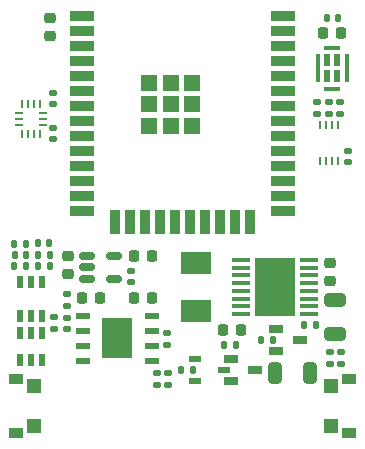
<source format=gbr>
%TF.GenerationSoftware,KiCad,Pcbnew,(6.0.6-0)*%
%TF.CreationDate,2022-11-04T12:46:31+01:00*%
%TF.ProjectId,GlowBandSmall,476c6f77-4261-46e6-9453-6d616c6c2e6b,rev?*%
%TF.SameCoordinates,Original*%
%TF.FileFunction,Copper,L1,Top*%
%TF.FilePolarity,Positive*%
%FSLAX46Y46*%
G04 Gerber Fmt 4.6, Leading zero omitted, Abs format (unit mm)*
G04 Created by KiCad (PCBNEW (6.0.6-0)) date 2022-11-04 12:46:31*
%MOMM*%
%LPD*%
G01*
G04 APERTURE LIST*
G04 Aperture macros list*
%AMRoundRect*
0 Rectangle with rounded corners*
0 $1 Rounding radius*
0 $2 $3 $4 $5 $6 $7 $8 $9 X,Y pos of 4 corners*
0 Add a 4 corners polygon primitive as box body*
4,1,4,$2,$3,$4,$5,$6,$7,$8,$9,$2,$3,0*
0 Add four circle primitives for the rounded corners*
1,1,$1+$1,$2,$3*
1,1,$1+$1,$4,$5*
1,1,$1+$1,$6,$7*
1,1,$1+$1,$8,$9*
0 Add four rect primitives between the rounded corners*
20,1,$1+$1,$2,$3,$4,$5,0*
20,1,$1+$1,$4,$5,$6,$7,0*
20,1,$1+$1,$6,$7,$8,$9,0*
20,1,$1+$1,$8,$9,$2,$3,0*%
G04 Aperture macros list end*
%TA.AperFunction,SMDPad,CuDef*%
%ADD10RoundRect,0.250000X-0.325000X-0.650000X0.325000X-0.650000X0.325000X0.650000X-0.325000X0.650000X0*%
%TD*%
%TA.AperFunction,SMDPad,CuDef*%
%ADD11RoundRect,0.135000X0.185000X-0.135000X0.185000X0.135000X-0.185000X0.135000X-0.185000X-0.135000X0*%
%TD*%
%TA.AperFunction,SMDPad,CuDef*%
%ADD12RoundRect,0.225000X-0.225000X-0.250000X0.225000X-0.250000X0.225000X0.250000X-0.225000X0.250000X0*%
%TD*%
%TA.AperFunction,SMDPad,CuDef*%
%ADD13RoundRect,0.135000X0.135000X0.185000X-0.135000X0.185000X-0.135000X-0.185000X0.135000X-0.185000X0*%
%TD*%
%TA.AperFunction,SMDPad,CuDef*%
%ADD14R,1.200000X0.900000*%
%TD*%
%TA.AperFunction,SMDPad,CuDef*%
%ADD15R,1.300000X1.200000*%
%TD*%
%TA.AperFunction,SMDPad,CuDef*%
%ADD16R,2.500000X1.900000*%
%TD*%
%TA.AperFunction,SMDPad,CuDef*%
%ADD17R,0.550013X1.050013*%
%TD*%
%TA.AperFunction,SMDPad,CuDef*%
%ADD18R,1.400000X0.450013*%
%TD*%
%TA.AperFunction,SMDPad,CuDef*%
%ADD19R,0.450013X2.400000*%
%TD*%
%TA.AperFunction,SMDPad,CuDef*%
%ADD20RoundRect,0.135000X-0.185000X0.135000X-0.185000X-0.135000X0.185000X-0.135000X0.185000X0.135000X0*%
%TD*%
%TA.AperFunction,SMDPad,CuDef*%
%ADD21RoundRect,0.225000X0.250000X-0.225000X0.250000X0.225000X-0.250000X0.225000X-0.250000X-0.225000X0*%
%TD*%
%TA.AperFunction,SMDPad,CuDef*%
%ADD22RoundRect,0.140000X-0.170000X0.140000X-0.170000X-0.140000X0.170000X-0.140000X0.170000X0.140000X0*%
%TD*%
%TA.AperFunction,SMDPad,CuDef*%
%ADD23R,1.250013X0.700000*%
%TD*%
%TA.AperFunction,SMDPad,CuDef*%
%ADD24RoundRect,0.140000X-0.140000X-0.170000X0.140000X-0.170000X0.140000X0.170000X-0.140000X0.170000X0*%
%TD*%
%TA.AperFunction,SMDPad,CuDef*%
%ADD25O,0.250013X0.750013*%
%TD*%
%TA.AperFunction,SMDPad,CuDef*%
%ADD26R,1.070003X0.600000*%
%TD*%
%TA.AperFunction,SMDPad,CuDef*%
%ADD27RoundRect,0.140000X0.170000X-0.140000X0.170000X0.140000X-0.170000X0.140000X-0.170000X-0.140000X0*%
%TD*%
%TA.AperFunction,SMDPad,CuDef*%
%ADD28RoundRect,0.225000X0.225000X0.250000X-0.225000X0.250000X-0.225000X-0.250000X0.225000X-0.250000X0*%
%TD*%
%TA.AperFunction,SMDPad,CuDef*%
%ADD29RoundRect,0.135000X-0.135000X-0.185000X0.135000X-0.185000X0.135000X0.185000X-0.135000X0.185000X0*%
%TD*%
%TA.AperFunction,SMDPad,CuDef*%
%ADD30R,0.550013X1.000000*%
%TD*%
%TA.AperFunction,SMDPad,CuDef*%
%ADD31RoundRect,0.150000X-0.512500X-0.150000X0.512500X-0.150000X0.512500X0.150000X-0.512500X0.150000X0*%
%TD*%
%TA.AperFunction,SMDPad,CuDef*%
%ADD32R,2.000000X0.900000*%
%TD*%
%TA.AperFunction,SMDPad,CuDef*%
%ADD33R,0.900000X2.000000*%
%TD*%
%TA.AperFunction,SMDPad,CuDef*%
%ADD34R,1.330000X1.330000*%
%TD*%
%TA.AperFunction,SMDPad,CuDef*%
%ADD35R,0.280010X0.675006*%
%TD*%
%TA.AperFunction,SMDPad,CuDef*%
%ADD36R,0.675006X0.280010*%
%TD*%
%TA.AperFunction,SMDPad,CuDef*%
%ADD37R,1.200000X0.600000*%
%TD*%
%TA.AperFunction,SMDPad,CuDef*%
%ADD38R,2.500000X3.499873*%
%TD*%
%TA.AperFunction,SMDPad,CuDef*%
%ADD39R,0.532004X1.072009*%
%TD*%
%TA.AperFunction,SMDPad,CuDef*%
%ADD40RoundRect,0.100000X-0.687500X-0.100000X0.687500X-0.100000X0.687500X0.100000X-0.687500X0.100000X0*%
%TD*%
%TA.AperFunction,SMDPad,CuDef*%
%ADD41R,3.400000X5.000000*%
%TD*%
%TA.AperFunction,SMDPad,CuDef*%
%ADD42RoundRect,0.225000X-0.250000X0.225000X-0.250000X-0.225000X0.250000X-0.225000X0.250000X0.225000X0*%
%TD*%
%TA.AperFunction,SMDPad,CuDef*%
%ADD43RoundRect,0.140000X0.140000X0.170000X-0.140000X0.170000X-0.140000X-0.170000X0.140000X-0.170000X0*%
%TD*%
%TA.AperFunction,SMDPad,CuDef*%
%ADD44RoundRect,0.250000X-0.650000X0.325000X-0.650000X-0.325000X0.650000X-0.325000X0.650000X0.325000X0*%
%TD*%
G04 APERTURE END LIST*
D10*
%TO.P,C6,1*%
%TO.N,LED 5V*%
X122172200Y-92405200D03*
%TO.P,C6,2*%
%TO.N,GND*%
X125122200Y-92405200D03*
%TD*%
D11*
%TO.P,R9,1*%
%TO.N,GND*%
X126784000Y-91645200D03*
%TO.P,R9,2*%
%TO.N,IO25{slash}VBUS*%
X126784000Y-90625200D03*
%TD*%
D12*
%TO.P,C5,1*%
%TO.N,+BATT*%
X117703600Y-88747600D03*
%TO.P,C5,2*%
%TO.N,GND*%
X119253600Y-88747600D03*
%TD*%
D11*
%TO.P,R3,1*%
%TO.N,-BATT*%
X112115600Y-93474000D03*
%TO.P,R3,2*%
%TO.N,IO16{slash}BATT VOLT*%
X112115600Y-92454000D03*
%TD*%
D13*
%TO.P,R11,1*%
%TO.N,VBUS*%
X121972800Y-89611200D03*
%TO.P,R11,2*%
%TO.N,GND*%
X120952800Y-89611200D03*
%TD*%
D14*
%TO.P,SW2,1,1*%
%TO.N,unconnected-(SW2-Pad1)*%
X128401368Y-92899225D03*
%TO.P,SW2,2,2*%
%TO.N,unconnected-(SW2-Pad2)*%
X128401368Y-97499175D03*
D15*
%TO.P,SW2,3,3*%
%TO.N,unconnected-(SW2-Pad3)*%
X126851457Y-93524321D03*
%TO.P,SW2,4,4*%
%TO.N,unconnected-(SW2-Pad4)*%
X126851457Y-96874333D03*
%TD*%
D12*
%TO.P,C4,1*%
%TO.N,GND*%
X110172200Y-86055200D03*
%TO.P,C4,2*%
%TO.N,VBUS*%
X111722200Y-86055200D03*
%TD*%
D13*
%TO.P,R7,1*%
%TO.N,GND*%
X115165601Y-92151200D03*
%TO.P,R7,2*%
%TO.N,IO23{slash}LEDPOWER*%
X114145601Y-92151200D03*
%TD*%
D16*
%TO.P,U4,1,1*%
%TO.N,+BATT*%
X115417600Y-87190838D03*
%TO.P,U4,2,2*%
%TO.N,Net-(U4-Pad2)*%
X115417600Y-83090762D03*
%TD*%
D17*
%TO.P,U13,1,VDD*%
%TO.N,Net-(C12-Pad2)*%
X126564721Y-65948320D03*
%TO.P,U13,2,L/R*%
%TO.N,IO15{slash}WS*%
X126564721Y-67298587D03*
%TO.P,U13,3,CLK*%
%TO.N,IO14{slash}SCK*%
X127414607Y-67298587D03*
%TO.P,U13,4,DATA*%
%TO.N,IO32{slash}SD*%
X127414607Y-65948320D03*
D18*
%TO.P,U13,5,GND*%
%TO.N,GND*%
X126989664Y-64898536D03*
D19*
%TO.P,U13,6,GND*%
X125764619Y-66623454D03*
D18*
%TO.P,U13,7,GND*%
X126989664Y-68348371D03*
D19*
%TO.P,U13,8,GND*%
X128214708Y-66623454D03*
%TD*%
D20*
%TO.P,R10,1*%
%TO.N,GND*%
X103441145Y-87678800D03*
%TO.P,R10,2*%
%TO.N,Net-(R10-Pad2)*%
X103441145Y-88698800D03*
%TD*%
D21*
%TO.P,C9,1*%
%TO.N,GND*%
X126796800Y-84658800D03*
%TO.P,C9,2*%
%TO.N,+5V*%
X126796800Y-83108800D03*
%TD*%
D22*
%TO.P,C18,1*%
%TO.N,GND*%
X109931200Y-83797200D03*
%TO.P,C18,2*%
%TO.N,Net-(C18-Pad2)*%
X109931200Y-84757200D03*
%TD*%
D23*
%TO.P,U9,1,G*%
%TO.N,VBUS*%
X122240800Y-88661238D03*
%TO.P,U9,2,S*%
%TO.N,+BATT*%
X122240800Y-90561162D03*
%TO.P,U9,3,D*%
%TO.N,Net-(R14-Pad1)*%
X124240800Y-89611200D03*
%TD*%
D20*
%TO.P,R8,1*%
%TO.N,IO25{slash}VBUS*%
X127762000Y-90625200D03*
%TO.P,R8,2*%
%TO.N,VBUS*%
X127762000Y-91645200D03*
%TD*%
D24*
%TO.P,C14,1*%
%TO.N,EN*%
X102085200Y-81432400D03*
%TO.P,C14,2*%
%TO.N,GND*%
X103045200Y-81432400D03*
%TD*%
D21*
%TO.P,C11,1*%
%TO.N,GND*%
X104597200Y-84036200D03*
%TO.P,C11,2*%
%TO.N,+5V*%
X104597200Y-82486200D03*
%TD*%
D12*
%TO.P,C7,1*%
%TO.N,+BATT*%
X105803400Y-86055200D03*
%TO.P,C7,2*%
%TO.N,GND*%
X107353400Y-86055200D03*
%TD*%
D11*
%TO.P,R1,1*%
%TO.N,Net-(R1-Pad1)*%
X126695200Y-70461600D03*
%TO.P,R1,2*%
%TO.N,LED1 DATA OUT*%
X126695200Y-69441600D03*
%TD*%
D24*
%TO.P,C15,1*%
%TO.N,IO0*%
X100104000Y-82397600D03*
%TO.P,C15,2*%
%TO.N,GND*%
X101064000Y-82397600D03*
%TD*%
D25*
%TO.P,U2,1,VCCA*%
%TO.N,+5V*%
X127437161Y-71398889D03*
%TO.P,U2,2,A1*%
%TO.N,Net-(R1-Pad1)*%
X126937034Y-71398889D03*
%TO.P,U2,3,A2*%
%TO.N,Net-(R4-Pad1)*%
X126437161Y-71398889D03*
%TO.P,U2,4,GND*%
%TO.N,GND*%
X125937034Y-71398889D03*
%TO.P,U2,5,DIR*%
X125937034Y-74498711D03*
%TO.P,U2,6,B2*%
%TO.N,IO18{slash}LED2*%
X126437161Y-74498711D03*
%TO.P,U2,7,B1*%
%TO.N,IO17{slash}LED1*%
X126937034Y-74498711D03*
%TO.P,U2,8,VCCB*%
%TO.N,+3V3*%
X127437161Y-74498711D03*
%TD*%
D26*
%TO.P,U11,1,G*%
%TO.N,IO23{slash}LEDPOWER*%
X115353323Y-91218979D03*
%TO.P,U11,2,S*%
%TO.N,GND*%
X115353323Y-93118903D03*
%TO.P,U11,3,D*%
%TO.N,Net-(R6-Pad1)*%
X117823477Y-92168941D03*
%TD*%
D11*
%TO.P,R4,1*%
%TO.N,Net-(R4-Pad1)*%
X125730000Y-70461600D03*
%TO.P,R4,2*%
%TO.N,LED2 DATA OUT*%
X125730000Y-69441600D03*
%TD*%
D27*
%TO.P,C1,1*%
%TO.N,+5V*%
X127609600Y-70451600D03*
%TO.P,C1,2*%
%TO.N,GND*%
X127609600Y-69491600D03*
%TD*%
%TO.P,C8,1*%
%TO.N,-BATT*%
X104546400Y-88719600D03*
%TO.P,C8,2*%
%TO.N,+BATT*%
X104546400Y-87759600D03*
%TD*%
D28*
%TO.P,C16,1*%
%TO.N,GND*%
X111722200Y-82511200D03*
%TO.P,C16,2*%
%TO.N,+3V3*%
X110172200Y-82511200D03*
%TD*%
D20*
%TO.P,R2,1*%
%TO.N,IO16{slash}BATT VOLT*%
X113080800Y-92454000D03*
%TO.P,R2,2*%
%TO.N,+BATT*%
X113080800Y-93474000D03*
%TD*%
D13*
%TO.P,R16,1*%
%TO.N,unconnected-(R16-Pad1)*%
X101074000Y-81466800D03*
%TO.P,R16,2*%
%TO.N,IO0*%
X100054000Y-81466800D03*
%TD*%
D29*
%TO.P,R17,1*%
%TO.N,EN*%
X102035200Y-83354000D03*
%TO.P,R17,2*%
%TO.N,+3V3*%
X103055200Y-83354000D03*
%TD*%
D30*
%TO.P,U5,1,S1*%
%TO.N,-BATT*%
X100510085Y-87556851D03*
%TO.P,U5,2,D1/D2*%
%TO.N,unconnected-(U5-Pad2)*%
X101460047Y-87556851D03*
%TO.P,U5,3,S2*%
%TO.N,GND*%
X102410009Y-87556851D03*
%TO.P,U5,4,G2*%
%TO.N,Net-(U5-Pad4)*%
X102410009Y-84756749D03*
%TO.P,U5,5,D1/D2*%
%TO.N,unconnected-(U5-Pad5)*%
X101460047Y-84756749D03*
%TO.P,U5,6,G1*%
%TO.N,Net-(U5-Pad6)*%
X100510085Y-84756749D03*
%TD*%
D28*
%TO.P,C13,1*%
%TO.N,GND*%
X127765200Y-63601600D03*
%TO.P,C13,2*%
%TO.N,Net-(C12-Pad2)*%
X126215200Y-63601600D03*
%TD*%
D31*
%TO.P,U12,1,IN*%
%TO.N,+5V*%
X106253700Y-82531200D03*
%TO.P,U12,2,GND*%
%TO.N,GND*%
X106253700Y-83481200D03*
%TO.P,U12,3,EN*%
%TO.N,+5V*%
X106253700Y-84431200D03*
%TO.P,U12,4,BP*%
%TO.N,Net-(C18-Pad2)*%
X108528700Y-84431200D03*
%TO.P,U12,5,OUT*%
%TO.N,+3V3*%
X108528700Y-82531200D03*
%TD*%
D32*
%TO.P,U1,1,GND*%
%TO.N,GND*%
X105817900Y-62161250D03*
%TO.P,U1,2,3V3*%
%TO.N,+3V3*%
X105817900Y-63431250D03*
%TO.P,U1,3,EN*%
%TO.N,EN*%
X105817900Y-64701250D03*
%TO.P,U1,4,SENSOR_VP*%
%TO.N,unconnected-(U1-Pad4)*%
X105817900Y-65971250D03*
%TO.P,U1,5,SENSOR_VN*%
%TO.N,unconnected-(U1-Pad5)*%
X105817900Y-67241250D03*
%TO.P,U1,6,I34*%
%TO.N,unconnected-(U1-Pad6)*%
X105817900Y-68511250D03*
%TO.P,U1,7,I35*%
%TO.N,unconnected-(U1-Pad7)*%
X105817900Y-69781250D03*
%TO.P,U1,8,IO32*%
%TO.N,IO32{slash}SD*%
X105817900Y-71051250D03*
%TO.P,U1,9,IO33*%
%TO.N,unconnected-(U1-Pad9)*%
X105817900Y-72321250D03*
%TO.P,U1,10,IO25*%
%TO.N,IO25{slash}VBUS*%
X105817900Y-73591250D03*
%TO.P,U1,11,IO26*%
%TO.N,IO26{slash}BUTTON2*%
X105817900Y-74861250D03*
%TO.P,U1,12,IO27*%
%TO.N,IO27{slash}BATT CHARGING*%
X105817900Y-76131250D03*
%TO.P,U1,13,IO14*%
%TO.N,IO14{slash}SCK*%
X105817900Y-77401250D03*
%TO.P,U1,14,IO12*%
%TO.N,IO12{slash}MISO*%
X105817900Y-78671250D03*
D33*
%TO.P,U1,15,GND*%
%TO.N,GND*%
X108602900Y-79671250D03*
%TO.P,U1,16,IO13*%
%TO.N,IO13{slash}MOSI*%
X109872900Y-79671250D03*
%TO.P,U1,17,NC*%
%TO.N,unconnected-(U1-Pad17)*%
X111142900Y-79671250D03*
%TO.P,U1,18,NC*%
%TO.N,unconnected-(U1-Pad18)*%
X112412900Y-79671250D03*
%TO.P,U1,19,NC*%
%TO.N,unconnected-(U1-Pad19)*%
X113682900Y-79671250D03*
%TO.P,U1,20,NC*%
%TO.N,unconnected-(U1-Pad20)*%
X114952900Y-79671250D03*
%TO.P,U1,21,NC*%
%TO.N,unconnected-(U1-Pad21)*%
X116222900Y-79671250D03*
%TO.P,U1,22,NC*%
%TO.N,unconnected-(U1-Pad22)*%
X117492900Y-79671250D03*
%TO.P,U1,23,IO15*%
%TO.N,IO15{slash}WS*%
X118762900Y-79671250D03*
%TO.P,U1,24,IO2*%
%TO.N,unconnected-(U1-Pad24)*%
X120032900Y-79671250D03*
D32*
%TO.P,U1,25,IO0*%
%TO.N,IO0*%
X122817900Y-78671250D03*
%TO.P,U1,26,IO4*%
%TO.N,IO4{slash}BUTTON1*%
X122817900Y-77401250D03*
%TO.P,U1,27,IO16*%
%TO.N,IO16{slash}BATT VOLT*%
X122817900Y-76131250D03*
%TO.P,U1,28,IO17*%
%TO.N,IO17{slash}LED1*%
X122817900Y-74861250D03*
%TO.P,U1,29,IO5*%
%TO.N,unconnected-(U1-Pad29)*%
X122817900Y-73591250D03*
%TO.P,U1,30,IO18*%
%TO.N,IO18{slash}LED2*%
X122817900Y-72321250D03*
%TO.P,U1,31,IO19*%
%TO.N,IO19*%
X122817900Y-71051250D03*
%TO.P,U1,32,NC1*%
%TO.N,unconnected-(U1-Pad32)*%
X122817900Y-69781250D03*
%TO.P,U1,33,IO21*%
%TO.N,IO21{slash}INT1*%
X122817900Y-68511250D03*
%TO.P,U1,34,RXD0*%
%TO.N,RXD0*%
X122817900Y-67241250D03*
%TO.P,U1,35,TXD0*%
%TO.N,TXD0*%
X122817900Y-65971250D03*
%TO.P,U1,36,IO22*%
%TO.N,IO22{slash}INT2*%
X122817900Y-64701250D03*
%TO.P,U1,37,IO23*%
%TO.N,IO23{slash}LEDPOWER*%
X122817900Y-63431250D03*
%TO.P,U1,38,GND*%
%TO.N,GND*%
X122817900Y-62161250D03*
D34*
%TO.P,U1,39,GND*%
X113317900Y-71496250D03*
X115152900Y-69661250D03*
X113317900Y-69661250D03*
X111482900Y-69661250D03*
X115152900Y-71496250D03*
X111482900Y-71496250D03*
X113317900Y-67826250D03*
X111482900Y-67826250D03*
X115152900Y-67826250D03*
%TD*%
D35*
%TO.P,U15,1,SDO/SA0*%
%TO.N,unconnected-(U15-Pad1)*%
X100700549Y-72202862D03*
%TO.P,U15,2,SDx*%
%TO.N,unconnected-(U15-Pad2)*%
X101200677Y-72202862D03*
%TO.P,U15,3,SCx*%
%TO.N,unconnected-(U15-Pad3)*%
X101700549Y-72202862D03*
%TO.P,U15,4,INT1*%
%TO.N,unconnected-(U15-Pad4)*%
X102200677Y-72202862D03*
D36*
%TO.P,U15,5,VDDIO*%
%TO.N,Net-(C19-Pad1)*%
X102463161Y-71440733D03*
%TO.P,U15,6,GND*%
%TO.N,unconnected-(U15-Pad6)*%
X102463161Y-70940860D03*
%TO.P,U15,7,GND*%
%TO.N,unconnected-(U15-Pad7)*%
X102463161Y-70440733D03*
D35*
%TO.P,U15,8,VDD*%
%TO.N,Net-(C20-Pad1)*%
X102200677Y-69678858D03*
%TO.P,U15,9,INT2*%
%TO.N,unconnected-(U15-Pad9)*%
X101700549Y-69678858D03*
%TO.P,U15,10,NC*%
%TO.N,unconnected-(U15-Pad10)*%
X101200677Y-69678858D03*
%TO.P,U15,11,NC*%
%TO.N,unconnected-(U15-Pad11)*%
X100700549Y-69678858D03*
D36*
%TO.P,U15,12,CS*%
%TO.N,unconnected-(U15-Pad12)*%
X100438065Y-70440733D03*
%TO.P,U15,13,SCL*%
%TO.N,unconnected-(U15-Pad13)*%
X100438065Y-70940860D03*
%TO.P,U15,14,SDA*%
%TO.N,unconnected-(U15-Pad14)*%
X100438065Y-71440733D03*
%TD*%
D37*
%TO.P,U6,1,TEMP*%
%TO.N,GND*%
X111686048Y-91394410D03*
%TO.P,U6,2,PROG*%
%TO.N,Net-(R12-Pad1)*%
X111686048Y-90124407D03*
%TO.P,U6,3,GND*%
%TO.N,GND*%
X111686048Y-88854405D03*
%TO.P,U6,4,VCC*%
%TO.N,VBUS*%
X111686048Y-87584402D03*
%TO.P,U6,5,BAT*%
%TO.N,+BATT*%
X105869436Y-87584402D03*
%TO.P,U6,6,STDBY#*%
%TO.N,unconnected-(U6-Pad6)*%
X105869436Y-88854405D03*
%TO.P,U6,7,CHRG#*%
%TO.N,IO27{slash}BATT CHARGING*%
X105869436Y-90124407D03*
%TO.P,U6,8,CE*%
%TO.N,VBUS*%
X105869436Y-91394410D03*
D38*
%TO.P,U6,9,EP*%
%TO.N,GND*%
X108777742Y-89489406D03*
%TD*%
D39*
%TO.P,U7,1,OD*%
%TO.N,Net-(U5-Pad6)*%
X100510085Y-91319098D03*
%TO.P,U7,2,VM*%
%TO.N,Net-(R10-Pad2)*%
X101460047Y-91319098D03*
%TO.P,U7,3,OC*%
%TO.N,Net-(U5-Pad4)*%
X102410009Y-91319098D03*
%TO.P,U7,4,TD*%
%TO.N,unconnected-(U7-Pad4)*%
X102410009Y-89020902D03*
%TO.P,U7,5,VCC*%
%TO.N,Net-(R13-Pad1)*%
X101460047Y-89020902D03*
%TO.P,U7,6,GND*%
%TO.N,-BATT*%
X100510085Y-89020902D03*
%TD*%
D40*
%TO.P,U8,1,SW*%
%TO.N,Net-(U4-Pad2)*%
X119260700Y-82865800D03*
%TO.P,U8,2,SW*%
X119260700Y-83515800D03*
%TO.P,U8,3,PGND*%
%TO.N,GND*%
X119260700Y-84165800D03*
%TO.P,U8,4,PGND*%
X119260700Y-84815800D03*
%TO.P,U8,5,PGND*%
X119260700Y-85465800D03*
%TO.P,U8,6,VBAT*%
%TO.N,+BATT*%
X119260700Y-86115800D03*
%TO.P,U8,7,LBI*%
%TO.N,GND*%
X119260700Y-86765800D03*
%TO.P,U8,8,SYNC*%
X119260700Y-87415800D03*
%TO.P,U8,9,EN*%
%TO.N,Net-(R14-Pad1)*%
X124985700Y-87415800D03*
%TO.P,U8,10,LBO*%
%TO.N,unconnected-(U8-Pad10)*%
X124985700Y-86765800D03*
%TO.P,U8,11,GND*%
%TO.N,GND*%
X124985700Y-86115800D03*
%TO.P,U8,12,FB*%
%TO.N,unconnected-(U8-Pad12)*%
X124985700Y-85465800D03*
%TO.P,U8,13,VOUT*%
%TO.N,+5V*%
X124985700Y-84815800D03*
%TO.P,U8,14,VOUT*%
X124985700Y-84165800D03*
%TO.P,U8,15,VOUT*%
X124985700Y-83515800D03*
%TO.P,U8,16,NC*%
%TO.N,unconnected-(U8-Pad16)*%
X124985700Y-82865800D03*
D41*
%TO.P,U8,17,EP*%
%TO.N,GND*%
X122123200Y-85140800D03*
%TD*%
D27*
%TO.P,C20,1*%
%TO.N,Net-(C20-Pad1)*%
X103378000Y-69669600D03*
%TO.P,C20,2*%
%TO.N,GND*%
X103378000Y-68709600D03*
%TD*%
%TO.P,C3,1*%
%TO.N,+3V3*%
X128320800Y-74569200D03*
%TO.P,C3,2*%
%TO.N,GND*%
X128320800Y-73609200D03*
%TD*%
D42*
%TO.P,C2,1*%
%TO.N,GND*%
X103124000Y-62356400D03*
%TO.P,C2,2*%
%TO.N,+3V3*%
X103124000Y-63906400D03*
%TD*%
D13*
%TO.P,R14,1*%
%TO.N,Net-(R14-Pad1)*%
X125577600Y-88392000D03*
%TO.P,R14,2*%
%TO.N,GND*%
X124557600Y-88392000D03*
%TD*%
D11*
%TO.P,R12,1*%
%TO.N,Net-(R12-Pad1)*%
X113030000Y-90019600D03*
%TO.P,R12,2*%
%TO.N,GND*%
X113030000Y-88999600D03*
%TD*%
D43*
%TO.P,C12,1*%
%TO.N,GND*%
X127480000Y-62382400D03*
%TO.P,C12,2*%
%TO.N,Net-(C12-Pad2)*%
X126520000Y-62382400D03*
%TD*%
D29*
%TO.P,R6,1*%
%TO.N,Net-(R6-Pad1)*%
X117803201Y-90068400D03*
%TO.P,R6,2*%
%TO.N,+5V*%
X118823201Y-90068400D03*
%TD*%
D14*
%TO.P,SW1,1,1*%
%TO.N,unconnected-(SW1-Pad1)*%
X100191132Y-97499175D03*
%TO.P,SW1,2,2*%
%TO.N,unconnected-(SW1-Pad2)*%
X100191132Y-92899225D03*
D15*
%TO.P,SW1,3,3*%
%TO.N,IO4{slash}BUTTON1*%
X101741043Y-96874079D03*
%TO.P,SW1,4,4*%
%TO.N,GND*%
X101741043Y-93524067D03*
%TD*%
D22*
%TO.P,C19,1*%
%TO.N,Net-(C19-Pad1)*%
X103378000Y-71684000D03*
%TO.P,C19,2*%
%TO.N,GND*%
X103378000Y-72644000D03*
%TD*%
D29*
%TO.P,R18,1*%
%TO.N,IO0*%
X100054000Y-83346400D03*
%TO.P,R18,2*%
%TO.N,+3V3*%
X101074000Y-83346400D03*
%TD*%
D11*
%TO.P,R13,1*%
%TO.N,Net-(R13-Pad1)*%
X104546400Y-86768400D03*
%TO.P,R13,2*%
%TO.N,+BATT*%
X104546400Y-85748400D03*
%TD*%
D44*
%TO.P,C10,1*%
%TO.N,+5V*%
X127203200Y-86205800D03*
%TO.P,C10,2*%
%TO.N,GND*%
X127203200Y-89155800D03*
%TD*%
D13*
%TO.P,R15,1*%
%TO.N,unconnected-(R15-Pad1)*%
X103055200Y-82388800D03*
%TO.P,R15,2*%
%TO.N,EN*%
X102035200Y-82388800D03*
%TD*%
D23*
%TO.P,U3,1,G*%
%TO.N,Net-(R6-Pad1)*%
X118430801Y-91201238D03*
%TO.P,U3,2,S*%
%TO.N,+5V*%
X118430801Y-93101162D03*
%TO.P,U3,3,D*%
%TO.N,LED 5V*%
X120430801Y-92151200D03*
%TD*%
M02*

</source>
